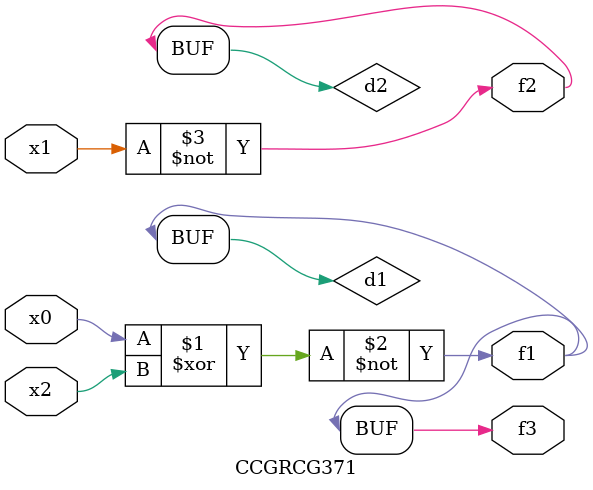
<source format=v>
module CCGRCG371(
	input x0, x1, x2,
	output f1, f2, f3
);

	wire d1, d2, d3;

	xnor (d1, x0, x2);
	nand (d2, x1);
	nor (d3, x1, x2);
	assign f1 = d1;
	assign f2 = d2;
	assign f3 = d1;
endmodule

</source>
